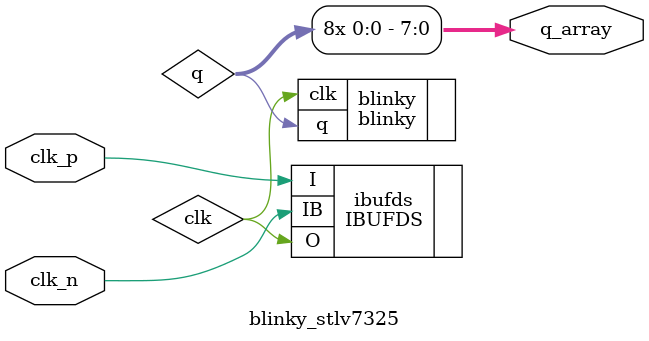
<source format=sv>
module blinky_stlv7325 (
  input			          clk_p,
	input			          clk_n,
  output  logic [7:0] q_array
);
  logic clk, q;

  always_comb begin
    q_array = {8{q}};
  end

  IBUFDS ibufds(
    .I  (clk_p),
    .IB (clk_n),
    .O  (clk)
  );

  blinky #(
    .clk_freq_hz(200_000_000)
  ) blinky(
    .clk(clk),
    .q(q)
  );
endmodule

</source>
